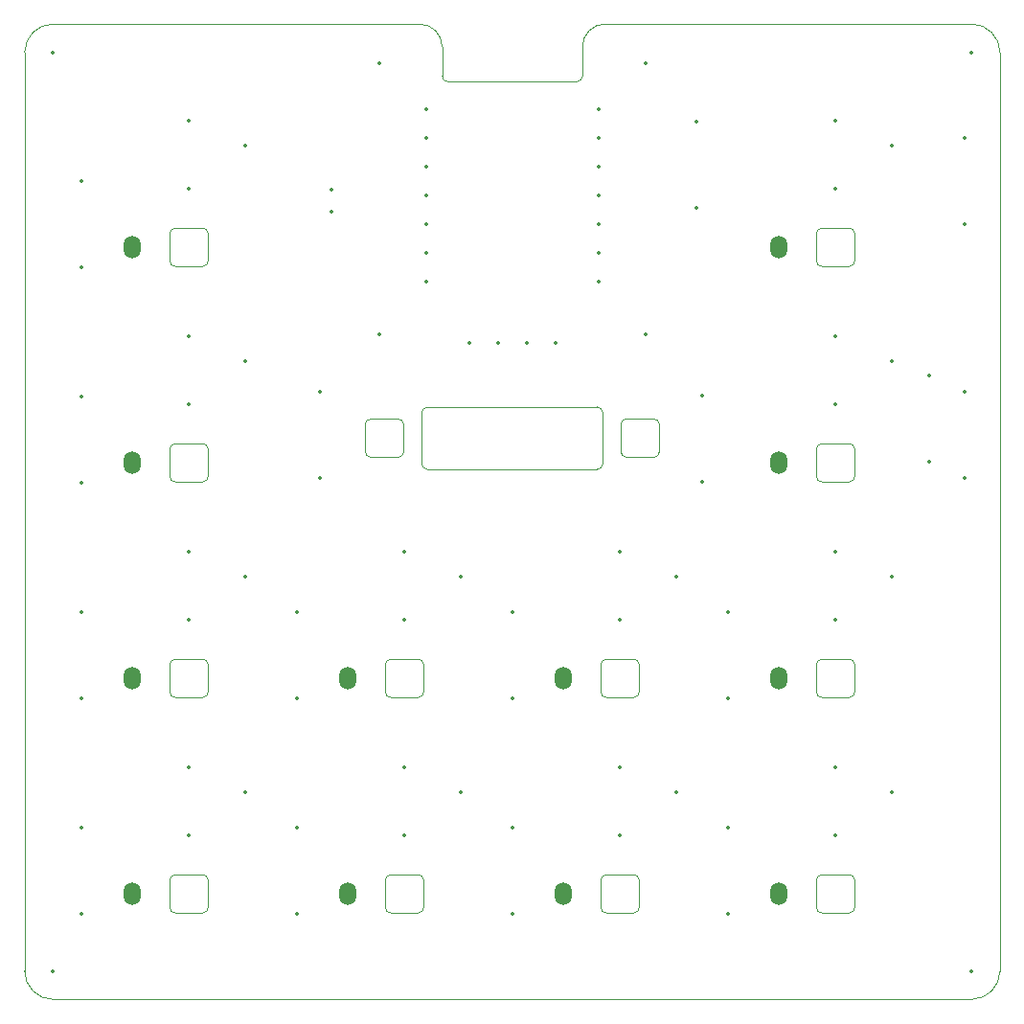
<source format=gm1>
%TF.GenerationSoftware,KiCad,Pcbnew,8.0.8*%
%TF.CreationDate,2025-02-16T16:30:12+01:00*%
%TF.ProjectId,hackpad,6861636b-7061-4642-9e6b-696361645f70,rev?*%
%TF.SameCoordinates,Original*%
%TF.FileFunction,Profile,NP*%
%FSLAX46Y46*%
G04 Gerber Fmt 4.6, Leading zero omitted, Abs format (unit mm)*
G04 Created by KiCad (PCBNEW 8.0.8) date 2025-02-16 16:30:12*
%MOMM*%
%LPD*%
G01*
G04 APERTURE LIST*
%TA.AperFunction,Profile*%
%ADD10C,0.050000*%
%TD*%
%TA.AperFunction,Profile*%
%ADD11C,0.100000*%
%TD*%
%ADD12C,0.350000*%
%ADD13O,1.499999X1.999999*%
G04 APERTURE END LIST*
D10*
X77500000Y-60750000D02*
G75*
G02*
X78000000Y-61250000I0J-500000D01*
G01*
X29400000Y-113100000D02*
G75*
G02*
X26900000Y-110600000I0J2500000D01*
G01*
X110600000Y-26900000D02*
G75*
G02*
X113100000Y-29400000I0J-2500000D01*
G01*
X78000000Y-65750000D02*
G75*
G02*
X77500000Y-66250000I-500000J0D01*
G01*
X61800000Y-26900000D02*
X29400000Y-26900000D01*
X110600000Y-113100000D02*
X29400000Y-113100000D01*
X64300000Y-32000000D02*
G75*
G02*
X63800000Y-31500000I0J500000D01*
G01*
X75700000Y-32000000D02*
X64300000Y-32000000D01*
X76200000Y-31500000D02*
G75*
G02*
X75700000Y-32000000I-500000J0D01*
G01*
X26900000Y-110600000D02*
X26900000Y-29400000D01*
X63800000Y-28900000D02*
X63800000Y-31500000D01*
X76200000Y-28900000D02*
X76200000Y-31500000D01*
X113100000Y-29400000D02*
X113100000Y-110600000D01*
X78000000Y-61250000D02*
X78000000Y-65750000D01*
X62500000Y-60750000D02*
X77500000Y-60750000D01*
X61800000Y-26900000D02*
G75*
G02*
X63800000Y-28900000I0J-2000000D01*
G01*
X113100000Y-110600000D02*
G75*
G02*
X110600000Y-113100000I-2500000J0D01*
G01*
X26900000Y-29400000D02*
G75*
G02*
X29400000Y-26900000I2500000J0D01*
G01*
X62500000Y-66250000D02*
G75*
G02*
X62000000Y-65750000I0J500000D01*
G01*
X76200000Y-28900000D02*
G75*
G02*
X78200000Y-26900000I2000000J0D01*
G01*
X110600000Y-26900000D02*
X78200000Y-26900000D01*
X77500000Y-66250000D02*
X62500000Y-66250000D01*
X62000000Y-65750000D02*
X62000000Y-61250000D01*
X62000000Y-61250000D02*
G75*
G02*
X62500000Y-60750000I500000J0D01*
G01*
D11*
%TO.C,LED_SUB3*%
X57000000Y-64700000D02*
X57000000Y-62300000D01*
X57500000Y-61800000D02*
X59900000Y-61800000D01*
X59900000Y-65200000D02*
X57500000Y-65200000D01*
X60400000Y-62300000D02*
X60400000Y-64700000D01*
X57000000Y-62300000D02*
G75*
G02*
X57500000Y-61800000I500001J-1D01*
G01*
X57500000Y-65200000D02*
G75*
G02*
X57000000Y-64700000I0J500000D01*
G01*
X59900000Y-61800000D02*
G75*
G02*
X60400000Y-62300000I-1J-500001D01*
G01*
X60400000Y-64700000D02*
G75*
G02*
X59900000Y-65200000I-500000J0D01*
G01*
%TO.C,LED8*%
X96875000Y-85925000D02*
X96875000Y-83525000D01*
X97375000Y-83025000D02*
X99775000Y-83025000D01*
X99775000Y-86425000D02*
X97375000Y-86425000D01*
X100275000Y-83525000D02*
X100275000Y-85925000D01*
X96875000Y-83525000D02*
G75*
G02*
X97375000Y-83025000I500000J0D01*
G01*
X97375000Y-86425000D02*
G75*
G02*
X96875000Y-85925000I0J500000D01*
G01*
X99775000Y-83025000D02*
G75*
G02*
X100275000Y-83525000I-1J-500001D01*
G01*
X100275000Y-85925000D02*
G75*
G02*
X99775000Y-86425000I-500001J1D01*
G01*
%TO.C,LED2*%
X96875000Y-47825000D02*
X96875000Y-45425000D01*
X97375000Y-44925000D02*
X99775000Y-44925000D01*
X99775000Y-48325000D02*
X97375000Y-48325000D01*
X100275000Y-45425000D02*
X100275000Y-47825000D01*
X96875000Y-45425000D02*
G75*
G02*
X97375000Y-44925000I500000J0D01*
G01*
X97375000Y-48325000D02*
G75*
G02*
X96875000Y-47825000I0J500000D01*
G01*
X99775000Y-44925000D02*
G75*
G02*
X100275000Y-45425000I-1J-500001D01*
G01*
X100275000Y-47825000D02*
G75*
G02*
X99775000Y-48325000I-500001J1D01*
G01*
%TO.C,LED9*%
X39725000Y-104975000D02*
X39725000Y-102575000D01*
X40225000Y-102075000D02*
X42625000Y-102075000D01*
X42625000Y-105475000D02*
X40225000Y-105475000D01*
X43125000Y-102575000D02*
X43125000Y-104975000D01*
X39725000Y-102575000D02*
G75*
G02*
X40225000Y-102075000I500001J-1D01*
G01*
X40225000Y-105475000D02*
G75*
G02*
X39725000Y-104975000I1J500001D01*
G01*
X42625000Y-102075000D02*
G75*
G02*
X43125000Y-102575000I0J-500000D01*
G01*
X43125000Y-104975000D02*
G75*
G02*
X42625000Y-105475000I-500000J0D01*
G01*
%TO.C,LED5*%
X39725000Y-85925000D02*
X39725000Y-83525000D01*
X40225000Y-83025000D02*
X42625000Y-83025000D01*
X42625000Y-86425000D02*
X40225000Y-86425000D01*
X43125000Y-83525000D02*
X43125000Y-85925000D01*
X39725000Y-83525000D02*
G75*
G02*
X40225000Y-83025000I500000J0D01*
G01*
X40225000Y-86425000D02*
G75*
G02*
X39725000Y-85925000I0J500000D01*
G01*
X42625000Y-83025000D02*
G75*
G02*
X43125000Y-83525000I-1J-500001D01*
G01*
X43125000Y-85925000D02*
G75*
G02*
X42625000Y-86425000I-500001J1D01*
G01*
%TO.C,LED_SUB4*%
X79600000Y-64700000D02*
X79600000Y-62300000D01*
X80100000Y-61800000D02*
X82500000Y-61800000D01*
X82500000Y-65200000D02*
X80100000Y-65200000D01*
X83000000Y-62300000D02*
X83000000Y-64700000D01*
X79600000Y-62300000D02*
G75*
G02*
X80100000Y-61800000I500000J0D01*
G01*
X80100000Y-65200000D02*
G75*
G02*
X79600000Y-64700000I1J500001D01*
G01*
X82500000Y-61800000D02*
G75*
G02*
X83000000Y-62300000I0J-500000D01*
G01*
X83000000Y-64700000D02*
G75*
G02*
X82500000Y-65200000I-500001J1D01*
G01*
%TO.C,LED6*%
X58775000Y-85925000D02*
X58775000Y-83525000D01*
X59275000Y-83025000D02*
X61675000Y-83025000D01*
X61675000Y-86425000D02*
X59275000Y-86425000D01*
X62175000Y-83525000D02*
X62175000Y-85925000D01*
X58775000Y-83525000D02*
G75*
G02*
X59275000Y-83025000I500000J0D01*
G01*
X59275000Y-86425000D02*
G75*
G02*
X58775000Y-85925000I0J500000D01*
G01*
X61675000Y-83025000D02*
G75*
G02*
X62175000Y-83525000I-1J-500001D01*
G01*
X62175000Y-85925000D02*
G75*
G02*
X61675000Y-86425000I-500001J1D01*
G01*
%TO.C,LED7*%
X77825000Y-85925000D02*
X77825000Y-83525000D01*
X78325000Y-83025000D02*
X80725000Y-83025000D01*
X80725000Y-86425000D02*
X78325000Y-86425000D01*
X81225000Y-83525000D02*
X81225000Y-85925000D01*
X77825000Y-83525000D02*
G75*
G02*
X78325000Y-83025000I500000J0D01*
G01*
X78325000Y-86425000D02*
G75*
G02*
X77825000Y-85925000I0J500000D01*
G01*
X80725000Y-83025000D02*
G75*
G02*
X81225000Y-83525000I-1J-500001D01*
G01*
X81225000Y-85925000D02*
G75*
G02*
X80725000Y-86425000I-500001J1D01*
G01*
%TO.C,LED1*%
X39725000Y-47825000D02*
X39725000Y-45425000D01*
X40225000Y-44925000D02*
X42625000Y-44925000D01*
X42625000Y-48325000D02*
X40225000Y-48325000D01*
X43125000Y-45425000D02*
X43125000Y-47825000D01*
X39725000Y-45425000D02*
G75*
G02*
X40225000Y-44925000I500001J-1D01*
G01*
X40225000Y-48325000D02*
G75*
G02*
X39725000Y-47825000I1J500001D01*
G01*
X42625000Y-44925000D02*
G75*
G02*
X43125000Y-45425000I0J-500000D01*
G01*
X43125000Y-47825000D02*
G75*
G02*
X42625000Y-48325000I-500000J0D01*
G01*
%TO.C,LED4*%
X96875000Y-66875000D02*
X96875000Y-64475000D01*
X97375000Y-63975000D02*
X99775000Y-63975000D01*
X99775000Y-67375000D02*
X97375000Y-67375000D01*
X100275000Y-64475000D02*
X100275000Y-66875000D01*
X96875000Y-64475000D02*
G75*
G02*
X97375000Y-63975000I500001J-1D01*
G01*
X97375000Y-67375000D02*
G75*
G02*
X96875000Y-66875000I1J500001D01*
G01*
X99775000Y-63975000D02*
G75*
G02*
X100275000Y-64475000I0J-500000D01*
G01*
X100275000Y-66875000D02*
G75*
G02*
X99775000Y-67375000I-500000J0D01*
G01*
%TO.C,LED11*%
X77825000Y-104975000D02*
X77825000Y-102575000D01*
X78325000Y-102075000D02*
X80725000Y-102075000D01*
X80725000Y-105475000D02*
X78325000Y-105475000D01*
X81225000Y-102575000D02*
X81225000Y-104975000D01*
X77825000Y-102575000D02*
G75*
G02*
X78325000Y-102075000I500001J-1D01*
G01*
X78325000Y-105475000D02*
G75*
G02*
X77825000Y-104975000I1J500001D01*
G01*
X80725000Y-102075000D02*
G75*
G02*
X81225000Y-102575000I0J-500000D01*
G01*
X81225000Y-104975000D02*
G75*
G02*
X80725000Y-105475000I-500000J0D01*
G01*
%TO.C,LED12*%
X96875000Y-104975000D02*
X96875000Y-102575000D01*
X97375000Y-102075000D02*
X99775000Y-102075000D01*
X99775000Y-105475000D02*
X97375000Y-105475000D01*
X100275000Y-102575000D02*
X100275000Y-104975000D01*
X96875000Y-102575000D02*
G75*
G02*
X97375000Y-102075000I500001J-1D01*
G01*
X97375000Y-105475000D02*
G75*
G02*
X96875000Y-104975000I1J500001D01*
G01*
X99775000Y-102075000D02*
G75*
G02*
X100275000Y-102575000I0J-500000D01*
G01*
X100275000Y-104975000D02*
G75*
G02*
X99775000Y-105475000I-500000J0D01*
G01*
%TO.C,LED3*%
X39725000Y-66875000D02*
X39725000Y-64475000D01*
X40225000Y-63975000D02*
X42625000Y-63975000D01*
X42625000Y-67375000D02*
X40225000Y-67375000D01*
X43125000Y-64475000D02*
X43125000Y-66875000D01*
X39725000Y-64475000D02*
G75*
G02*
X40225000Y-63975000I500001J-1D01*
G01*
X40225000Y-67375000D02*
G75*
G02*
X39725000Y-66875000I1J500001D01*
G01*
X42625000Y-63975000D02*
G75*
G02*
X43125000Y-64475000I0J-500000D01*
G01*
X43125000Y-66875000D02*
G75*
G02*
X42625000Y-67375000I-500000J0D01*
G01*
%TO.C,LED10*%
X58775000Y-104975000D02*
X58775000Y-102575000D01*
X59275000Y-102075000D02*
X61675000Y-102075000D01*
X61675000Y-105475000D02*
X59275000Y-105475000D01*
X62175000Y-102575000D02*
X62175000Y-104975000D01*
X58775000Y-102575000D02*
G75*
G02*
X59275000Y-102075000I500001J-1D01*
G01*
X59275000Y-105475000D02*
G75*
G02*
X58775000Y-104975000I1J500001D01*
G01*
X61675000Y-102075000D02*
G75*
G02*
X62175000Y-102575000I0J-500000D01*
G01*
X62175000Y-104975000D02*
G75*
G02*
X61675000Y-105475000I-500000J0D01*
G01*
%TD*%
D12*
X73810000Y-55055000D03*
X71270000Y-55055000D03*
X68730000Y-55055000D03*
X66190000Y-55055000D03*
X81750000Y-54325000D03*
X58250000Y-54325000D03*
X58250000Y-30325000D03*
X81750000Y-30325000D03*
D13*
X36425000Y-46575000D03*
D12*
X41425000Y-41425000D03*
X46425000Y-37625000D03*
X41425000Y-35425000D03*
D13*
X93575000Y-65625000D03*
D12*
X98575000Y-60475000D03*
X103575000Y-56675000D03*
X98575000Y-54475000D03*
X110600000Y-29400000D03*
X29400000Y-29400000D03*
D13*
X55475000Y-84675000D03*
D12*
X60475000Y-79525000D03*
X65475000Y-75725000D03*
X60475000Y-73525000D03*
D13*
X36425000Y-103725000D03*
D12*
X41425000Y-98575000D03*
X46425000Y-94775000D03*
X41425000Y-92575000D03*
X110600000Y-110600000D03*
D13*
X93575000Y-103725000D03*
D12*
X98575000Y-98575000D03*
X103575000Y-94775000D03*
X98575000Y-92575000D03*
X29400000Y-110600000D03*
D13*
X93575000Y-84675000D03*
D12*
X98575000Y-79525000D03*
X103575000Y-75725000D03*
X98575000Y-73525000D03*
D13*
X36425000Y-84675000D03*
D12*
X41425000Y-79525000D03*
X46425000Y-75725000D03*
X41425000Y-73525000D03*
D13*
X36425000Y-65625000D03*
D12*
X41425000Y-60475000D03*
X46425000Y-56675000D03*
X41425000Y-54475000D03*
D13*
X74525000Y-103725000D03*
D12*
X79525000Y-98575000D03*
X84525000Y-94775000D03*
X79525000Y-92575000D03*
D13*
X74525000Y-84675000D03*
D12*
X79525000Y-79525000D03*
X84525000Y-75725000D03*
X79525000Y-73525000D03*
D13*
X93575000Y-46575000D03*
D12*
X98575000Y-41425000D03*
X103575000Y-37625000D03*
X98575000Y-35425000D03*
D13*
X55475000Y-103725000D03*
D12*
X60475000Y-98575000D03*
X65475000Y-94775000D03*
X60475000Y-92575000D03*
X50975000Y-105575000D03*
X50975000Y-97955000D03*
X86750000Y-67370000D03*
X86750000Y-59750000D03*
X89075000Y-86525000D03*
X89075000Y-78905000D03*
X89075000Y-105575000D03*
X89075000Y-97955000D03*
X31925000Y-86525000D03*
X31925000Y-78905000D03*
X53000000Y-67000000D03*
X53000000Y-59380000D03*
X110000000Y-37000000D03*
X110000000Y-44620000D03*
X31925000Y-105575000D03*
X31925000Y-97955000D03*
X31925000Y-48425000D03*
X31925000Y-40805000D03*
X70025000Y-105575000D03*
X70025000Y-97955000D03*
X106825000Y-65575000D03*
X106825000Y-57955000D03*
X70000000Y-86500000D03*
X70000000Y-78880000D03*
X86250000Y-43120000D03*
X86250000Y-35500000D03*
X77620000Y-34405000D03*
X77620000Y-36945000D03*
X77620000Y-39485000D03*
X77620000Y-42025000D03*
X77620000Y-44565000D03*
X77620000Y-47105000D03*
X77620000Y-49645000D03*
X62380000Y-49645000D03*
X62380000Y-47105000D03*
X62380000Y-44565000D03*
X62380000Y-42025000D03*
X62380000Y-39485000D03*
X62380000Y-36945000D03*
X62380000Y-34405000D03*
X50975000Y-86525000D03*
X50975000Y-78905000D03*
X110000000Y-67000000D03*
X110000000Y-59380000D03*
X54000000Y-41500000D03*
X54000000Y-43500000D03*
X31925000Y-67475000D03*
X31925000Y-59855000D03*
M02*

</source>
